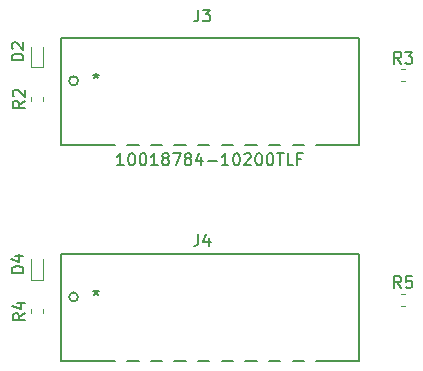
<source format=gbr>
G04 #@! TF.GenerationSoftware,KiCad,Pcbnew,5.0.2+dfsg1-1*
G04 #@! TF.CreationDate,2021-07-01T00:07:39-05:00*
G04 #@! TF.ProjectId,backplane,6261636b-706c-4616-9e65-2e6b69636164,rev?*
G04 #@! TF.SameCoordinates,Original*
G04 #@! TF.FileFunction,Legend,Top*
G04 #@! TF.FilePolarity,Positive*
%FSLAX46Y46*%
G04 Gerber Fmt 4.6, Leading zero omitted, Abs format (unit mm)*
G04 Created by KiCad (PCBNEW 5.0.2+dfsg1-1) date Thu 01 Jul 2021 12:07:39 AM CDT*
%MOMM*%
%LPD*%
G01*
G04 APERTURE LIST*
%ADD10C,0.120000*%
%ADD11C,0.152400*%
%ADD12C,0.150000*%
G04 APERTURE END LIST*
D10*
G04 #@! TO.C,D2*
X123500000Y-61300000D02*
X123500000Y-59600000D01*
X122700000Y-61300000D02*
X123500000Y-61300000D01*
X122500000Y-61300000D02*
X122700000Y-61300000D01*
X122500000Y-61200000D02*
X122500000Y-61300000D01*
X122500000Y-61100000D02*
X122500000Y-61200000D01*
X122500000Y-61100000D02*
X122500000Y-59600000D01*
G04 #@! TO.C,D4*
X122500000Y-79100000D02*
X122500000Y-77600000D01*
X122500000Y-79100000D02*
X122500000Y-79200000D01*
X122500000Y-79200000D02*
X122500000Y-79300000D01*
X122500000Y-79300000D02*
X122700000Y-79300000D01*
X122700000Y-79300000D02*
X123500000Y-79300000D01*
X123500000Y-79300000D02*
X123500000Y-77600000D01*
G04 #@! TO.C,R2*
X122490000Y-63828733D02*
X122490000Y-64171267D01*
X123510000Y-63828733D02*
X123510000Y-64171267D01*
G04 #@! TO.C,R3*
X153828733Y-62510000D02*
X154171267Y-62510000D01*
X153828733Y-61490000D02*
X154171267Y-61490000D01*
G04 #@! TO.C,R4*
X123510000Y-81828733D02*
X123510000Y-82171267D01*
X122490000Y-81828733D02*
X122490000Y-82171267D01*
G04 #@! TO.C,R5*
X153828733Y-80490000D02*
X154171267Y-80490000D01*
X153828733Y-81510000D02*
X154171267Y-81510000D01*
D11*
G04 #@! TO.C,J3*
X124988700Y-67921400D02*
X129592742Y-67921400D01*
X150236300Y-67921400D02*
X150236300Y-58879000D01*
X150236300Y-58879000D02*
X124988700Y-58879000D01*
X124988700Y-58879000D02*
X124988700Y-67921400D01*
X130632258Y-67921400D02*
X131592741Y-67921400D01*
X132632256Y-67921400D02*
X133592742Y-67921400D01*
X134632257Y-67921400D02*
X135592743Y-67921400D01*
X136632259Y-67921400D02*
X137592741Y-67921400D01*
X138632257Y-67921400D02*
X139592743Y-67921400D01*
X140632258Y-67921400D02*
X141592741Y-67921400D01*
X142632257Y-67921400D02*
X143592742Y-67921400D01*
X144632258Y-67921400D02*
X145592743Y-67921400D01*
X146632259Y-67921400D02*
X150236300Y-67921400D01*
X126476000Y-62476199D02*
G75*
G03X126476000Y-62476199I-381000J0D01*
G01*
G04 #@! TO.C,J4*
X126476000Y-80776199D02*
G75*
G03X126476000Y-80776199I-381000J0D01*
G01*
X146632259Y-86221400D02*
X150236300Y-86221400D01*
X144632258Y-86221400D02*
X145592743Y-86221400D01*
X142632257Y-86221400D02*
X143592742Y-86221400D01*
X140632258Y-86221400D02*
X141592741Y-86221400D01*
X138632257Y-86221400D02*
X139592743Y-86221400D01*
X136632259Y-86221400D02*
X137592741Y-86221400D01*
X134632257Y-86221400D02*
X135592743Y-86221400D01*
X132632256Y-86221400D02*
X133592742Y-86221400D01*
X130632258Y-86221400D02*
X131592741Y-86221400D01*
X124988700Y-77179000D02*
X124988700Y-86221400D01*
X150236300Y-77179000D02*
X124988700Y-77179000D01*
X150236300Y-86221400D02*
X150236300Y-77179000D01*
X124988700Y-86221400D02*
X129592742Y-86221400D01*
G04 #@! TO.C,D2*
D12*
X121842380Y-60738095D02*
X120842380Y-60738095D01*
X120842380Y-60500000D01*
X120890000Y-60357142D01*
X120985238Y-60261904D01*
X121080476Y-60214285D01*
X121270952Y-60166666D01*
X121413809Y-60166666D01*
X121604285Y-60214285D01*
X121699523Y-60261904D01*
X121794761Y-60357142D01*
X121842380Y-60500000D01*
X121842380Y-60738095D01*
X120937619Y-59785714D02*
X120890000Y-59738095D01*
X120842380Y-59642857D01*
X120842380Y-59404761D01*
X120890000Y-59309523D01*
X120937619Y-59261904D01*
X121032857Y-59214285D01*
X121128095Y-59214285D01*
X121270952Y-59261904D01*
X121842380Y-59833333D01*
X121842380Y-59214285D01*
G04 #@! TO.C,D4*
X121842380Y-78738095D02*
X120842380Y-78738095D01*
X120842380Y-78500000D01*
X120890000Y-78357142D01*
X120985238Y-78261904D01*
X121080476Y-78214285D01*
X121270952Y-78166666D01*
X121413809Y-78166666D01*
X121604285Y-78214285D01*
X121699523Y-78261904D01*
X121794761Y-78357142D01*
X121842380Y-78500000D01*
X121842380Y-78738095D01*
X121175714Y-77309523D02*
X121842380Y-77309523D01*
X120794761Y-77547619D02*
X121509047Y-77785714D01*
X121509047Y-77166666D01*
G04 #@! TO.C,R2*
X121952380Y-64166666D02*
X121476190Y-64500000D01*
X121952380Y-64738095D02*
X120952380Y-64738095D01*
X120952380Y-64357142D01*
X121000000Y-64261904D01*
X121047619Y-64214285D01*
X121142857Y-64166666D01*
X121285714Y-64166666D01*
X121380952Y-64214285D01*
X121428571Y-64261904D01*
X121476190Y-64357142D01*
X121476190Y-64738095D01*
X121047619Y-63785714D02*
X121000000Y-63738095D01*
X120952380Y-63642857D01*
X120952380Y-63404761D01*
X121000000Y-63309523D01*
X121047619Y-63261904D01*
X121142857Y-63214285D01*
X121238095Y-63214285D01*
X121380952Y-63261904D01*
X121952380Y-63833333D01*
X121952380Y-63214285D01*
G04 #@! TO.C,R3*
X153833333Y-61022380D02*
X153500000Y-60546190D01*
X153261904Y-61022380D02*
X153261904Y-60022380D01*
X153642857Y-60022380D01*
X153738095Y-60070000D01*
X153785714Y-60117619D01*
X153833333Y-60212857D01*
X153833333Y-60355714D01*
X153785714Y-60450952D01*
X153738095Y-60498571D01*
X153642857Y-60546190D01*
X153261904Y-60546190D01*
X154166666Y-60022380D02*
X154785714Y-60022380D01*
X154452380Y-60403333D01*
X154595238Y-60403333D01*
X154690476Y-60450952D01*
X154738095Y-60498571D01*
X154785714Y-60593809D01*
X154785714Y-60831904D01*
X154738095Y-60927142D01*
X154690476Y-60974761D01*
X154595238Y-61022380D01*
X154309523Y-61022380D01*
X154214285Y-60974761D01*
X154166666Y-60927142D01*
G04 #@! TO.C,R4*
X121952380Y-82166666D02*
X121476190Y-82500000D01*
X121952380Y-82738095D02*
X120952380Y-82738095D01*
X120952380Y-82357142D01*
X121000000Y-82261904D01*
X121047619Y-82214285D01*
X121142857Y-82166666D01*
X121285714Y-82166666D01*
X121380952Y-82214285D01*
X121428571Y-82261904D01*
X121476190Y-82357142D01*
X121476190Y-82738095D01*
X121285714Y-81309523D02*
X121952380Y-81309523D01*
X120904761Y-81547619D02*
X121619047Y-81785714D01*
X121619047Y-81166666D01*
G04 #@! TO.C,R5*
X153833333Y-80022380D02*
X153500000Y-79546190D01*
X153261904Y-80022380D02*
X153261904Y-79022380D01*
X153642857Y-79022380D01*
X153738095Y-79070000D01*
X153785714Y-79117619D01*
X153833333Y-79212857D01*
X153833333Y-79355714D01*
X153785714Y-79450952D01*
X153738095Y-79498571D01*
X153642857Y-79546190D01*
X153261904Y-79546190D01*
X154738095Y-79022380D02*
X154261904Y-79022380D01*
X154214285Y-79498571D01*
X154261904Y-79450952D01*
X154357142Y-79403333D01*
X154595238Y-79403333D01*
X154690476Y-79450952D01*
X154738095Y-79498571D01*
X154785714Y-79593809D01*
X154785714Y-79831904D01*
X154738095Y-79927142D01*
X154690476Y-79974761D01*
X154595238Y-80022380D01*
X154357142Y-80022380D01*
X154261904Y-79974761D01*
X154214285Y-79927142D01*
G04 #@! TO.C,J3*
X136666666Y-56452380D02*
X136666666Y-57166666D01*
X136619047Y-57309523D01*
X136523809Y-57404761D01*
X136380952Y-57452380D01*
X136285714Y-57452380D01*
X137047619Y-56452380D02*
X137666666Y-56452380D01*
X137333333Y-56833333D01*
X137476190Y-56833333D01*
X137571428Y-56880952D01*
X137619047Y-56928571D01*
X137666666Y-57023809D01*
X137666666Y-57261904D01*
X137619047Y-57357142D01*
X137571428Y-57404761D01*
X137476190Y-57452380D01*
X137190476Y-57452380D01*
X137095238Y-57404761D01*
X137047619Y-57357142D01*
X130350595Y-69618380D02*
X129779166Y-69618380D01*
X130064880Y-69618380D02*
X130064880Y-68618380D01*
X129969642Y-68761238D01*
X129874404Y-68856476D01*
X129779166Y-68904095D01*
X130969642Y-68618380D02*
X131064880Y-68618380D01*
X131160119Y-68666000D01*
X131207738Y-68713619D01*
X131255357Y-68808857D01*
X131302976Y-68999333D01*
X131302976Y-69237428D01*
X131255357Y-69427904D01*
X131207738Y-69523142D01*
X131160119Y-69570761D01*
X131064880Y-69618380D01*
X130969642Y-69618380D01*
X130874404Y-69570761D01*
X130826785Y-69523142D01*
X130779166Y-69427904D01*
X130731547Y-69237428D01*
X130731547Y-68999333D01*
X130779166Y-68808857D01*
X130826785Y-68713619D01*
X130874404Y-68666000D01*
X130969642Y-68618380D01*
X131922023Y-68618380D02*
X132017261Y-68618380D01*
X132112500Y-68666000D01*
X132160119Y-68713619D01*
X132207738Y-68808857D01*
X132255357Y-68999333D01*
X132255357Y-69237428D01*
X132207738Y-69427904D01*
X132160119Y-69523142D01*
X132112500Y-69570761D01*
X132017261Y-69618380D01*
X131922023Y-69618380D01*
X131826785Y-69570761D01*
X131779166Y-69523142D01*
X131731547Y-69427904D01*
X131683928Y-69237428D01*
X131683928Y-68999333D01*
X131731547Y-68808857D01*
X131779166Y-68713619D01*
X131826785Y-68666000D01*
X131922023Y-68618380D01*
X133207738Y-69618380D02*
X132636309Y-69618380D01*
X132922023Y-69618380D02*
X132922023Y-68618380D01*
X132826785Y-68761238D01*
X132731547Y-68856476D01*
X132636309Y-68904095D01*
X133779166Y-69046952D02*
X133683928Y-68999333D01*
X133636309Y-68951714D01*
X133588690Y-68856476D01*
X133588690Y-68808857D01*
X133636309Y-68713619D01*
X133683928Y-68666000D01*
X133779166Y-68618380D01*
X133969642Y-68618380D01*
X134064880Y-68666000D01*
X134112500Y-68713619D01*
X134160119Y-68808857D01*
X134160119Y-68856476D01*
X134112500Y-68951714D01*
X134064880Y-68999333D01*
X133969642Y-69046952D01*
X133779166Y-69046952D01*
X133683928Y-69094571D01*
X133636309Y-69142190D01*
X133588690Y-69237428D01*
X133588690Y-69427904D01*
X133636309Y-69523142D01*
X133683928Y-69570761D01*
X133779166Y-69618380D01*
X133969642Y-69618380D01*
X134064880Y-69570761D01*
X134112500Y-69523142D01*
X134160119Y-69427904D01*
X134160119Y-69237428D01*
X134112500Y-69142190D01*
X134064880Y-69094571D01*
X133969642Y-69046952D01*
X134493452Y-68618380D02*
X135160119Y-68618380D01*
X134731547Y-69618380D01*
X135683928Y-69046952D02*
X135588690Y-68999333D01*
X135541071Y-68951714D01*
X135493452Y-68856476D01*
X135493452Y-68808857D01*
X135541071Y-68713619D01*
X135588690Y-68666000D01*
X135683928Y-68618380D01*
X135874404Y-68618380D01*
X135969642Y-68666000D01*
X136017261Y-68713619D01*
X136064880Y-68808857D01*
X136064880Y-68856476D01*
X136017261Y-68951714D01*
X135969642Y-68999333D01*
X135874404Y-69046952D01*
X135683928Y-69046952D01*
X135588690Y-69094571D01*
X135541071Y-69142190D01*
X135493452Y-69237428D01*
X135493452Y-69427904D01*
X135541071Y-69523142D01*
X135588690Y-69570761D01*
X135683928Y-69618380D01*
X135874404Y-69618380D01*
X135969642Y-69570761D01*
X136017261Y-69523142D01*
X136064880Y-69427904D01*
X136064880Y-69237428D01*
X136017261Y-69142190D01*
X135969642Y-69094571D01*
X135874404Y-69046952D01*
X136922023Y-68951714D02*
X136922023Y-69618380D01*
X136683928Y-68570761D02*
X136445833Y-69285047D01*
X137064880Y-69285047D01*
X137445833Y-69237428D02*
X138207738Y-69237428D01*
X139207738Y-69618380D02*
X138636309Y-69618380D01*
X138922023Y-69618380D02*
X138922023Y-68618380D01*
X138826785Y-68761238D01*
X138731547Y-68856476D01*
X138636309Y-68904095D01*
X139826785Y-68618380D02*
X139922023Y-68618380D01*
X140017261Y-68666000D01*
X140064880Y-68713619D01*
X140112500Y-68808857D01*
X140160119Y-68999333D01*
X140160119Y-69237428D01*
X140112500Y-69427904D01*
X140064880Y-69523142D01*
X140017261Y-69570761D01*
X139922023Y-69618380D01*
X139826785Y-69618380D01*
X139731547Y-69570761D01*
X139683928Y-69523142D01*
X139636309Y-69427904D01*
X139588690Y-69237428D01*
X139588690Y-68999333D01*
X139636309Y-68808857D01*
X139683928Y-68713619D01*
X139731547Y-68666000D01*
X139826785Y-68618380D01*
X140541071Y-68713619D02*
X140588690Y-68666000D01*
X140683928Y-68618380D01*
X140922023Y-68618380D01*
X141017261Y-68666000D01*
X141064880Y-68713619D01*
X141112500Y-68808857D01*
X141112500Y-68904095D01*
X141064880Y-69046952D01*
X140493452Y-69618380D01*
X141112500Y-69618380D01*
X141731547Y-68618380D02*
X141826785Y-68618380D01*
X141922023Y-68666000D01*
X141969642Y-68713619D01*
X142017261Y-68808857D01*
X142064880Y-68999333D01*
X142064880Y-69237428D01*
X142017261Y-69427904D01*
X141969642Y-69523142D01*
X141922023Y-69570761D01*
X141826785Y-69618380D01*
X141731547Y-69618380D01*
X141636309Y-69570761D01*
X141588690Y-69523142D01*
X141541071Y-69427904D01*
X141493452Y-69237428D01*
X141493452Y-68999333D01*
X141541071Y-68808857D01*
X141588690Y-68713619D01*
X141636309Y-68666000D01*
X141731547Y-68618380D01*
X142683928Y-68618380D02*
X142779166Y-68618380D01*
X142874404Y-68666000D01*
X142922023Y-68713619D01*
X142969642Y-68808857D01*
X143017261Y-68999333D01*
X143017261Y-69237428D01*
X142969642Y-69427904D01*
X142922023Y-69523142D01*
X142874404Y-69570761D01*
X142779166Y-69618380D01*
X142683928Y-69618380D01*
X142588690Y-69570761D01*
X142541071Y-69523142D01*
X142493452Y-69427904D01*
X142445833Y-69237428D01*
X142445833Y-68999333D01*
X142493452Y-68808857D01*
X142541071Y-68713619D01*
X142588690Y-68666000D01*
X142683928Y-68618380D01*
X143302976Y-68618380D02*
X143874404Y-68618380D01*
X143588690Y-69618380D02*
X143588690Y-68618380D01*
X144683928Y-69618380D02*
X144207738Y-69618380D01*
X144207738Y-68618380D01*
X145350595Y-69094571D02*
X145017261Y-69094571D01*
X145017261Y-69618380D02*
X145017261Y-68618380D01*
X145493452Y-68618380D01*
X128000000Y-61852379D02*
X128000000Y-62090475D01*
X127761904Y-61995237D02*
X128000000Y-62090475D01*
X128238095Y-61995237D01*
X127857142Y-62280951D02*
X128000000Y-62090475D01*
X128142857Y-62280951D01*
G04 #@! TO.C,J4*
X136666666Y-75452380D02*
X136666666Y-76166666D01*
X136619047Y-76309523D01*
X136523809Y-76404761D01*
X136380952Y-76452380D01*
X136285714Y-76452380D01*
X137571428Y-75785714D02*
X137571428Y-76452380D01*
X137333333Y-75404761D02*
X137095238Y-76119047D01*
X137714285Y-76119047D01*
X128000000Y-80152379D02*
X128000000Y-80390475D01*
X127761904Y-80295237D02*
X128000000Y-80390475D01*
X128238095Y-80295237D01*
X127857142Y-80580951D02*
X128000000Y-80390475D01*
X128142857Y-80580951D01*
G04 #@! TD*
M02*

</source>
